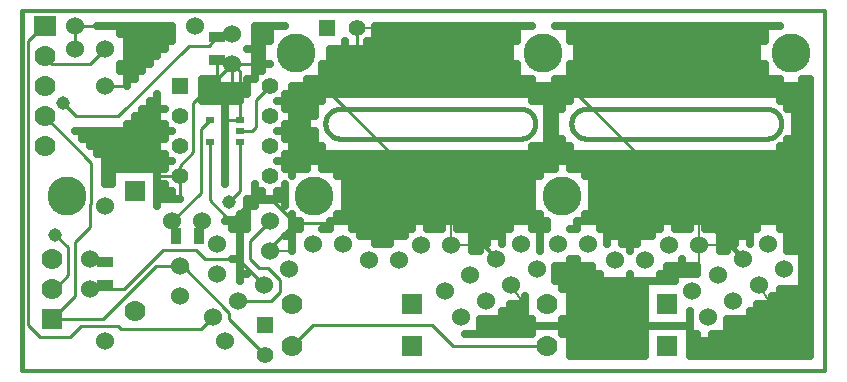
<source format=gbl>
G04 (created by PCBNEW-RS274X (20100406 SVN-R2508)-final) date 6/3/2010 10:01:35 PM*
G01*
G70*
G90*
%MOIN*%
G04 Gerber Fmt 3.4, Leading zero omitted, Abs format*
%FSLAX34Y34*%
G04 APERTURE LIST*
%ADD10C,0.006000*%
%ADD11C,0.012000*%
%ADD12C,0.015000*%
%ADD13C,0.070000*%
%ADD14R,0.070000X0.070000*%
%ADD15C,0.060000*%
%ADD16C,0.130000*%
%ADD17R,0.075000X0.070000*%
%ADD18R,0.030000X0.020000*%
%ADD19R,0.055000X0.035000*%
%ADD20R,0.035000X0.055000*%
%ADD21R,0.055000X0.055000*%
%ADD22C,0.055000*%
%ADD23C,0.045000*%
%ADD24C,0.010000*%
%ADD25C,0.008000*%
%ADD26C,0.025000*%
G04 APERTURE END LIST*
G54D10*
G54D11*
X47750Y-43250D02*
X21000Y-43250D01*
X47750Y-55250D02*
X47750Y-43250D01*
X21000Y-55250D02*
X47750Y-55250D01*
G54D12*
X21000Y-55200D02*
X21000Y-55000D01*
X31600Y-46500D02*
X31557Y-46502D01*
X31514Y-46508D01*
X31471Y-46518D01*
X31429Y-46531D01*
X31389Y-46547D01*
X31351Y-46567D01*
X31314Y-46591D01*
X31279Y-46617D01*
X31247Y-46647D01*
X31217Y-46679D01*
X31191Y-46714D01*
X31167Y-46751D01*
X31147Y-46789D01*
X31131Y-46829D01*
X31118Y-46871D01*
X31108Y-46914D01*
X31102Y-46957D01*
X31100Y-47000D01*
X31100Y-47000D02*
X31102Y-47043D01*
X31108Y-47086D01*
X31118Y-47129D01*
X31131Y-47171D01*
X31147Y-47211D01*
X31167Y-47249D01*
X31191Y-47286D01*
X31217Y-47321D01*
X31247Y-47353D01*
X31279Y-47383D01*
X31314Y-47409D01*
X31351Y-47433D01*
X31389Y-47453D01*
X31429Y-47469D01*
X31471Y-47482D01*
X31514Y-47492D01*
X31557Y-47498D01*
X31600Y-47500D01*
X37600Y-47500D02*
X37643Y-47498D01*
X37686Y-47492D01*
X37729Y-47482D01*
X37771Y-47469D01*
X37811Y-47453D01*
X37850Y-47433D01*
X37886Y-47409D01*
X37921Y-47383D01*
X37953Y-47353D01*
X37983Y-47321D01*
X38009Y-47286D01*
X38033Y-47249D01*
X38053Y-47211D01*
X38069Y-47171D01*
X38082Y-47129D01*
X38092Y-47086D01*
X38098Y-47043D01*
X38100Y-47000D01*
X38100Y-47000D02*
X38098Y-46957D01*
X38092Y-46914D01*
X38082Y-46871D01*
X38069Y-46829D01*
X38053Y-46789D01*
X38033Y-46751D01*
X38009Y-46714D01*
X37983Y-46679D01*
X37953Y-46647D01*
X37921Y-46617D01*
X37886Y-46591D01*
X37850Y-46567D01*
X37811Y-46547D01*
X37771Y-46531D01*
X37729Y-46518D01*
X37686Y-46508D01*
X37643Y-46502D01*
X37600Y-46500D01*
X39800Y-46500D02*
X39757Y-46502D01*
X39714Y-46508D01*
X39671Y-46518D01*
X39629Y-46531D01*
X39589Y-46547D01*
X39551Y-46567D01*
X39514Y-46591D01*
X39479Y-46617D01*
X39447Y-46647D01*
X39417Y-46679D01*
X39391Y-46714D01*
X39367Y-46751D01*
X39347Y-46789D01*
X39331Y-46829D01*
X39318Y-46871D01*
X39308Y-46914D01*
X39302Y-46957D01*
X39300Y-47000D01*
X39300Y-47000D02*
X39302Y-47043D01*
X39308Y-47086D01*
X39318Y-47129D01*
X39331Y-47171D01*
X39347Y-47211D01*
X39367Y-47249D01*
X39391Y-47286D01*
X39417Y-47321D01*
X39447Y-47353D01*
X39479Y-47383D01*
X39514Y-47409D01*
X39551Y-47433D01*
X39589Y-47453D01*
X39629Y-47469D01*
X39671Y-47482D01*
X39714Y-47492D01*
X39757Y-47498D01*
X39800Y-47500D01*
X45800Y-47500D02*
X45843Y-47498D01*
X45886Y-47492D01*
X45929Y-47482D01*
X45971Y-47469D01*
X46011Y-47453D01*
X46050Y-47433D01*
X46086Y-47409D01*
X46121Y-47383D01*
X46153Y-47353D01*
X46183Y-47321D01*
X46209Y-47286D01*
X46233Y-47249D01*
X46253Y-47211D01*
X46269Y-47171D01*
X46282Y-47129D01*
X46292Y-47086D01*
X46298Y-47043D01*
X46300Y-47000D01*
X46300Y-47000D02*
X46298Y-46957D01*
X46292Y-46914D01*
X46282Y-46871D01*
X46269Y-46829D01*
X46253Y-46789D01*
X46233Y-46751D01*
X46209Y-46714D01*
X46183Y-46679D01*
X46153Y-46647D01*
X46121Y-46617D01*
X46086Y-46591D01*
X46050Y-46567D01*
X46011Y-46547D01*
X45971Y-46531D01*
X45929Y-46518D01*
X45886Y-46508D01*
X45843Y-46502D01*
X45800Y-46500D01*
X31600Y-47500D02*
X37600Y-47500D01*
X37600Y-46500D02*
X31600Y-46500D01*
X39800Y-47500D02*
X45800Y-47500D01*
X45800Y-46500D02*
X39800Y-46500D01*
X21000Y-43250D02*
X21000Y-55000D01*
G54D13*
X24750Y-53250D03*
G54D14*
X24750Y-49250D03*
G54D13*
X38500Y-53000D03*
G54D14*
X42500Y-53000D03*
G54D13*
X38500Y-54400D03*
G54D14*
X42500Y-54400D03*
G54D13*
X30000Y-53000D03*
G54D14*
X34000Y-53000D03*
G54D13*
X30000Y-54400D03*
G54D14*
X34000Y-54400D03*
G54D15*
X23750Y-54250D03*
X27750Y-54250D03*
X23750Y-45750D03*
X23750Y-49750D03*
X22750Y-43750D03*
X26750Y-43750D03*
X37300Y-52375D03*
X36452Y-52905D03*
X35604Y-53435D03*
X38148Y-51845D03*
G54D16*
X38361Y-44637D03*
X30729Y-49407D03*
G54D15*
X45550Y-52375D03*
X44702Y-52905D03*
X43854Y-53435D03*
X46398Y-51845D03*
G54D16*
X46611Y-44637D03*
X38979Y-49407D03*
G54D15*
X29050Y-52375D03*
X28202Y-52905D03*
X27354Y-53435D03*
X29898Y-51845D03*
G54D16*
X30111Y-44637D03*
X22479Y-49407D03*
G54D15*
X45020Y-51527D03*
X44172Y-52057D03*
X43324Y-52587D03*
X45868Y-50997D03*
G54D16*
X46611Y-44637D03*
X38979Y-49407D03*
G54D15*
X36770Y-51527D03*
X35922Y-52057D03*
X35074Y-52587D03*
X37618Y-50997D03*
G54D16*
X38361Y-44637D03*
X30729Y-49407D03*
G54D15*
X29250Y-51250D03*
X29250Y-50250D03*
X32550Y-51550D03*
X33550Y-51550D03*
X39850Y-51000D03*
X38850Y-51000D03*
X31700Y-51000D03*
X30700Y-51000D03*
X40750Y-51550D03*
X41750Y-51550D03*
X43550Y-51050D03*
X42550Y-51050D03*
X35300Y-51050D03*
X34300Y-51050D03*
G54D17*
X21750Y-43750D03*
G54D13*
X21750Y-44750D03*
X21750Y-45740D03*
X21750Y-46760D03*
X21750Y-47750D03*
G54D18*
X28250Y-46875D03*
X28250Y-47625D03*
X27250Y-46875D03*
X28250Y-47250D03*
X27250Y-47625D03*
G54D15*
X26250Y-51750D03*
X26250Y-52750D03*
G54D19*
X23750Y-52375D03*
X23750Y-51625D03*
G54D15*
X23250Y-52500D03*
X23250Y-51500D03*
X23750Y-44500D03*
X22750Y-44500D03*
G54D20*
X26125Y-50750D03*
X26875Y-50750D03*
G54D15*
X26000Y-50250D03*
X27000Y-50250D03*
X26000Y-50250D03*
X27000Y-50250D03*
G54D19*
X27500Y-44125D03*
X27500Y-44875D03*
G54D15*
X28000Y-44000D03*
X28000Y-45000D03*
X28000Y-44000D03*
X28000Y-45000D03*
X27500Y-51000D03*
X27500Y-52000D03*
G54D21*
X26250Y-45750D03*
G54D22*
X26250Y-46750D03*
X26250Y-47750D03*
X26250Y-48750D03*
X29250Y-48750D03*
X29250Y-47750D03*
X29250Y-46750D03*
X29250Y-45750D03*
G54D13*
X22000Y-51500D03*
X22000Y-52500D03*
G54D14*
X22000Y-53500D03*
G54D21*
X31150Y-43800D03*
G54D22*
X32150Y-43800D03*
G54D21*
X29100Y-53700D03*
G54D22*
X29100Y-54700D03*
G54D23*
X22350Y-46300D03*
X22100Y-50700D03*
X27900Y-49600D03*
X29100Y-54700D03*
G54D24*
X27225Y-44400D02*
X27500Y-44125D01*
X26550Y-44400D02*
X27225Y-44400D01*
X22800Y-46750D02*
X24200Y-46750D01*
X22350Y-46300D02*
X22800Y-46750D01*
X28650Y-47250D02*
X28800Y-47100D01*
X28800Y-47100D02*
X28800Y-46200D01*
X28800Y-46200D02*
X29250Y-45750D01*
X28250Y-47250D02*
X28650Y-47250D01*
X24200Y-46750D02*
X26550Y-44400D01*
X39300Y-45800D02*
X32150Y-45800D01*
X28175Y-51500D02*
X29050Y-52375D01*
X31100Y-45800D02*
X30100Y-45800D01*
X45020Y-51527D02*
X45020Y-51520D01*
X45020Y-51520D02*
X39300Y-45800D01*
X27100Y-51500D02*
X28175Y-51500D01*
X26800Y-51200D02*
X27100Y-51500D01*
X25700Y-51200D02*
X26800Y-51200D01*
X24400Y-52500D02*
X25700Y-51200D01*
X29250Y-51250D02*
X29250Y-51150D01*
X31300Y-50300D02*
X33400Y-48200D01*
X30100Y-50300D02*
X31300Y-50300D01*
X29250Y-51150D02*
X30100Y-50300D01*
X22000Y-52500D02*
X22070Y-52500D01*
X22530Y-51130D02*
X22100Y-50700D01*
X22530Y-52040D02*
X22530Y-51130D01*
X22070Y-52500D02*
X22530Y-52040D01*
X27250Y-47625D02*
X27250Y-49550D01*
X29400Y-49600D02*
X30100Y-50300D01*
X28600Y-49600D02*
X29400Y-49600D01*
X32150Y-43800D02*
X32150Y-45800D01*
X28100Y-50100D02*
X28600Y-49600D01*
X23250Y-52500D02*
X24400Y-52500D01*
X27250Y-49550D02*
X27800Y-50100D01*
X36770Y-51470D02*
X31100Y-45800D01*
X27800Y-50100D02*
X28100Y-50100D01*
X36770Y-51527D02*
X36770Y-51470D01*
X32150Y-45800D02*
X31100Y-45800D01*
X28250Y-46875D02*
X28250Y-45250D01*
X28250Y-45250D02*
X28000Y-45000D01*
X29250Y-50250D02*
X28600Y-50900D01*
X29295Y-52905D02*
X28202Y-52905D01*
X29600Y-52600D02*
X29295Y-52905D01*
X29600Y-52200D02*
X29600Y-52600D01*
X29200Y-51800D02*
X29600Y-52200D01*
X28900Y-51800D02*
X29200Y-51800D01*
X28600Y-51500D02*
X28900Y-51800D01*
X28600Y-50900D02*
X28600Y-51500D01*
X26700Y-47950D02*
X26250Y-48400D01*
X26700Y-46300D02*
X26700Y-47950D01*
X26800Y-46200D02*
X26700Y-46300D01*
X26250Y-48400D02*
X26250Y-48750D01*
X28000Y-45000D02*
X26800Y-46200D01*
X21750Y-43750D02*
X21700Y-43750D01*
X21200Y-53700D02*
X21300Y-53800D01*
X21700Y-43750D02*
X21300Y-44150D01*
X21200Y-44250D02*
X21200Y-53700D01*
X21300Y-44150D02*
X21200Y-44250D01*
X21300Y-53800D02*
X21600Y-54100D01*
X22600Y-54100D02*
X22950Y-53750D01*
X22950Y-53750D02*
X24200Y-53750D01*
X24200Y-53750D02*
X24300Y-53850D01*
X24300Y-53850D02*
X26939Y-53850D01*
X26939Y-53850D02*
X27354Y-53435D01*
X21600Y-54100D02*
X22600Y-54100D01*
X26950Y-47920D02*
X26950Y-47925D01*
X26000Y-50250D02*
X26950Y-49300D01*
X26950Y-47920D02*
X26940Y-47910D01*
X26940Y-47185D02*
X27250Y-46875D01*
X26940Y-47910D02*
X26940Y-47185D01*
X26950Y-49300D02*
X26950Y-47920D01*
X28250Y-49250D02*
X27900Y-49600D01*
X28250Y-47625D02*
X28250Y-49250D01*
X30700Y-53700D02*
X30000Y-54400D01*
X34650Y-53700D02*
X30700Y-53700D01*
X35350Y-54400D02*
X34650Y-53700D01*
X38500Y-54400D02*
X35350Y-54400D01*
X22000Y-45000D02*
X23250Y-45000D01*
X23250Y-45000D02*
X23750Y-44500D01*
X21750Y-44750D02*
X22000Y-45000D01*
X21750Y-46750D02*
X23300Y-48300D01*
X25450Y-51750D02*
X26250Y-51750D01*
X23700Y-53500D02*
X25450Y-51750D01*
X22000Y-53500D02*
X23700Y-53500D01*
X23250Y-49700D02*
X23250Y-50450D01*
X22750Y-50950D02*
X23250Y-50450D01*
X22750Y-52750D02*
X22750Y-50950D01*
X22700Y-52800D02*
X22750Y-52750D01*
X23300Y-48300D02*
X23300Y-49650D01*
X23300Y-49650D02*
X23250Y-49700D01*
X22700Y-52800D02*
X22000Y-53500D01*
X27900Y-53500D02*
X27900Y-53300D01*
X27900Y-53300D02*
X26350Y-51750D01*
X26350Y-51750D02*
X26250Y-51750D01*
X29100Y-54700D02*
X27900Y-53500D01*
G54D25*
X32150Y-43800D02*
X32825Y-43800D01*
X32150Y-43800D02*
X32150Y-44475D01*
X35300Y-51050D02*
X35300Y-50350D01*
X35300Y-51050D02*
X36000Y-51050D01*
X43550Y-51050D02*
X43550Y-50350D01*
X43550Y-51050D02*
X44250Y-51050D01*
X43550Y-51050D02*
X43550Y-51750D01*
X29250Y-51250D02*
X29950Y-51250D01*
X36770Y-51527D02*
X36399Y-50933D01*
X45020Y-51527D02*
X44649Y-50933D01*
X45550Y-52375D02*
X45921Y-52969D01*
X37300Y-52375D02*
X37671Y-52969D01*
G54D26*
X47250Y-45500D02*
X47250Y-54750D01*
X47000Y-45500D02*
X47000Y-54750D01*
X46750Y-52500D02*
X46750Y-54750D01*
X46750Y-45750D02*
X46750Y-51250D01*
X46500Y-52500D02*
X46500Y-54750D01*
X46500Y-47500D02*
X46500Y-51250D01*
X46500Y-45750D02*
X46500Y-46500D01*
X46250Y-52500D02*
X46250Y-54750D01*
X46250Y-47750D02*
X46250Y-50500D01*
X46250Y-45500D02*
X46250Y-46250D01*
X46000Y-52750D02*
X46000Y-54750D01*
X46000Y-48000D02*
X46000Y-50250D01*
X46000Y-45500D02*
X46000Y-46000D01*
X45750Y-53000D02*
X45750Y-54750D01*
X45750Y-48000D02*
X45750Y-50250D01*
X45750Y-45000D02*
X45750Y-46000D01*
X45750Y-43750D02*
X45750Y-44250D01*
X45500Y-53000D02*
X45500Y-54750D01*
X45500Y-48000D02*
X45500Y-50500D01*
X45500Y-43750D02*
X45500Y-46000D01*
X45250Y-53250D02*
X45250Y-54750D01*
X45250Y-48000D02*
X45250Y-51000D01*
X45250Y-43750D02*
X45250Y-46000D01*
X45000Y-53500D02*
X45000Y-54750D01*
X45000Y-48000D02*
X45000Y-50750D01*
X45000Y-43750D02*
X45000Y-46000D01*
X44750Y-53500D02*
X44750Y-54750D01*
X44750Y-48000D02*
X44750Y-51000D01*
X44750Y-43750D02*
X44750Y-46000D01*
X44500Y-53500D02*
X44500Y-54750D01*
X44500Y-48000D02*
X44500Y-51250D01*
X44500Y-43750D02*
X44500Y-46000D01*
X44250Y-54000D02*
X44250Y-54750D01*
X44250Y-48000D02*
X44250Y-51250D01*
X44250Y-43750D02*
X44250Y-46000D01*
X44000Y-54000D02*
X44000Y-54750D01*
X44000Y-48000D02*
X44000Y-50500D01*
X44000Y-43750D02*
X44000Y-46000D01*
X43750Y-54250D02*
X43750Y-54750D01*
X43750Y-48000D02*
X43750Y-50500D01*
X43750Y-43750D02*
X43750Y-46000D01*
X43500Y-54000D02*
X43500Y-54750D01*
X43500Y-51750D02*
X43500Y-52000D01*
X43500Y-48000D02*
X43500Y-50250D01*
X43500Y-43750D02*
X43500Y-46000D01*
X43250Y-53250D02*
X43250Y-54750D01*
X43250Y-51750D02*
X43250Y-52000D01*
X43250Y-48000D02*
X43250Y-50500D01*
X43250Y-43750D02*
X43250Y-46000D01*
X43000Y-51500D02*
X43000Y-52000D01*
X43000Y-48000D02*
X43000Y-50500D01*
X43000Y-43750D02*
X43000Y-46000D01*
X42750Y-51750D02*
X42750Y-52250D01*
X42750Y-48000D02*
X42750Y-50500D01*
X42750Y-43750D02*
X42750Y-46000D01*
X42500Y-51750D02*
X42500Y-52250D01*
X42500Y-48000D02*
X42500Y-50250D01*
X42500Y-43750D02*
X42500Y-46000D01*
X42250Y-52000D02*
X42250Y-52250D01*
X42250Y-48000D02*
X42250Y-50500D01*
X42250Y-43750D02*
X42250Y-46000D01*
X42000Y-48000D02*
X42000Y-50750D01*
X42000Y-43750D02*
X42000Y-46000D01*
X41750Y-52250D02*
X41750Y-54750D01*
X41750Y-48000D02*
X41750Y-50750D01*
X41750Y-43750D02*
X41750Y-46000D01*
X41500Y-52250D02*
X41500Y-54750D01*
X41500Y-48000D02*
X41500Y-51000D01*
X41500Y-43750D02*
X41500Y-46000D01*
X41250Y-52000D02*
X41250Y-54750D01*
X41250Y-48000D02*
X41250Y-51250D01*
X41250Y-43750D02*
X41250Y-46000D01*
X41000Y-52250D02*
X41000Y-54750D01*
X41000Y-48000D02*
X41000Y-51000D01*
X41000Y-43750D02*
X41000Y-46000D01*
X40750Y-52250D02*
X40750Y-54750D01*
X40750Y-48000D02*
X40750Y-50750D01*
X40750Y-43750D02*
X40750Y-46000D01*
X40500Y-52250D02*
X40500Y-54750D01*
X40500Y-48000D02*
X40500Y-51000D01*
X40500Y-43750D02*
X40500Y-46000D01*
X40250Y-52000D02*
X40250Y-54750D01*
X40250Y-48000D02*
X40250Y-50500D01*
X40250Y-43750D02*
X40250Y-46000D01*
X40000Y-51750D02*
X40000Y-54750D01*
X40000Y-48000D02*
X40000Y-50250D01*
X40000Y-43750D02*
X40000Y-46000D01*
X39750Y-51750D02*
X39750Y-54750D01*
X39750Y-50000D02*
X39750Y-50250D01*
X39750Y-48000D02*
X39750Y-48750D01*
X39750Y-43750D02*
X39750Y-46000D01*
X39500Y-51500D02*
X39500Y-54750D01*
X39500Y-50250D02*
X39500Y-50500D01*
X39500Y-48000D02*
X39500Y-48500D01*
X39500Y-43750D02*
X39500Y-46000D01*
X39250Y-51500D02*
X39250Y-54750D01*
X39250Y-47750D02*
X39250Y-48500D01*
X39250Y-45000D02*
X39250Y-46250D01*
X39250Y-43750D02*
X39250Y-44250D01*
X39000Y-53500D02*
X39000Y-54000D01*
X39000Y-51750D02*
X39000Y-52500D01*
X39000Y-47500D02*
X39000Y-48250D01*
X39000Y-45500D02*
X39000Y-46500D01*
X38750Y-51750D02*
X38750Y-52250D01*
X38750Y-45500D02*
X38750Y-48500D01*
X38500Y-50250D02*
X38500Y-50500D01*
X38500Y-45750D02*
X38500Y-48500D01*
X38250Y-50000D02*
X38250Y-51250D01*
X38250Y-47750D02*
X38250Y-48750D01*
X38250Y-45750D02*
X38250Y-46250D01*
X38000Y-53500D02*
X38000Y-54000D01*
X38000Y-47750D02*
X38000Y-50500D01*
X38000Y-45500D02*
X38000Y-46250D01*
X37750Y-52750D02*
X37750Y-54000D01*
X37750Y-48000D02*
X37750Y-50250D01*
X37750Y-45500D02*
X37750Y-46000D01*
X37500Y-53000D02*
X37500Y-54000D01*
X37500Y-48000D02*
X37500Y-50250D01*
X37500Y-45000D02*
X37500Y-46000D01*
X37500Y-43750D02*
X37500Y-44250D01*
X37250Y-53000D02*
X37250Y-54000D01*
X37250Y-48000D02*
X37250Y-50500D01*
X37250Y-43750D02*
X37250Y-46000D01*
X37000Y-53250D02*
X37000Y-54000D01*
X37000Y-48000D02*
X37000Y-51000D01*
X37000Y-43750D02*
X37000Y-46000D01*
X36750Y-53500D02*
X36750Y-54000D01*
X36750Y-48000D02*
X36750Y-50750D01*
X36750Y-43750D02*
X36750Y-46000D01*
X36500Y-53500D02*
X36500Y-54000D01*
X36500Y-48000D02*
X36500Y-51000D01*
X36500Y-43750D02*
X36500Y-46000D01*
X36250Y-53500D02*
X36250Y-54000D01*
X36250Y-48000D02*
X36250Y-51250D01*
X36250Y-43750D02*
X36250Y-46000D01*
X36000Y-48000D02*
X36000Y-51250D01*
X36000Y-43750D02*
X36000Y-46000D01*
X35750Y-48000D02*
X35750Y-50500D01*
X35750Y-43750D02*
X35750Y-46000D01*
X35500Y-48000D02*
X35500Y-50500D01*
X35500Y-43750D02*
X35500Y-46000D01*
X35250Y-48000D02*
X35250Y-50250D01*
X35250Y-43750D02*
X35250Y-46000D01*
X35000Y-48000D02*
X35000Y-50500D01*
X35000Y-43750D02*
X35000Y-46000D01*
X34750Y-48000D02*
X34750Y-50500D01*
X34750Y-43750D02*
X34750Y-46000D01*
X34500Y-48000D02*
X34500Y-50500D01*
X34500Y-43750D02*
X34500Y-46000D01*
X34250Y-48000D02*
X34250Y-50250D01*
X34250Y-43750D02*
X34250Y-46000D01*
X34000Y-48000D02*
X34000Y-50500D01*
X34000Y-43750D02*
X34000Y-46000D01*
X33750Y-48000D02*
X33750Y-50750D01*
X33750Y-43750D02*
X33750Y-46000D01*
X33500Y-48000D02*
X33500Y-50750D01*
X33500Y-43750D02*
X33500Y-46000D01*
X33250Y-48000D02*
X33250Y-51000D01*
X33250Y-43750D02*
X33250Y-46000D01*
X33000Y-48000D02*
X33000Y-51000D01*
X33000Y-43750D02*
X33000Y-46000D01*
X32750Y-48000D02*
X32750Y-51000D01*
X32750Y-43750D02*
X32750Y-46000D01*
X32500Y-48000D02*
X32500Y-50750D01*
X32500Y-44250D02*
X32500Y-46000D01*
X32250Y-48000D02*
X32250Y-50750D01*
X32250Y-44500D02*
X32250Y-46000D01*
X32000Y-48000D02*
X32000Y-50500D01*
X32000Y-44500D02*
X32000Y-46000D01*
X31750Y-48000D02*
X31750Y-50250D01*
X31750Y-44250D02*
X31750Y-46000D01*
X31500Y-50000D02*
X31500Y-50250D01*
X31500Y-48000D02*
X31500Y-48750D01*
X31500Y-44500D02*
X31500Y-46000D01*
X31250Y-50250D02*
X31250Y-50500D01*
X31250Y-48000D02*
X31250Y-48500D01*
X31250Y-44500D02*
X31250Y-46000D01*
X31000Y-47750D02*
X31000Y-48500D01*
X31000Y-45000D02*
X31000Y-46250D01*
X30750Y-47250D02*
X30750Y-48250D01*
X30750Y-45500D02*
X30750Y-46750D01*
X30500Y-45500D02*
X30500Y-48500D01*
X30250Y-50250D02*
X30250Y-50500D01*
X30250Y-45750D02*
X30250Y-48500D01*
X30000Y-50000D02*
X30000Y-51250D01*
X30000Y-45750D02*
X30000Y-48750D01*
X29750Y-49000D02*
X29750Y-49750D01*
X29750Y-48000D02*
X29750Y-48500D01*
X29750Y-47000D02*
X29750Y-47500D01*
X29750Y-46000D02*
X29750Y-46500D01*
X29500Y-49250D02*
X29500Y-49500D01*
X29000Y-49250D02*
X29000Y-49500D01*
X28750Y-49000D02*
X28750Y-49750D01*
X28500Y-49500D02*
X28500Y-50500D01*
X28250Y-50000D02*
X28250Y-52250D01*
X28000Y-50250D02*
X28000Y-50500D01*
X43250Y-54750D02*
X47250Y-54750D01*
X39250Y-54750D02*
X41750Y-54750D01*
X43250Y-54500D02*
X47250Y-54500D01*
X39250Y-54500D02*
X41750Y-54500D01*
X43250Y-54250D02*
X47250Y-54250D01*
X39250Y-54250D02*
X41750Y-54250D01*
X44000Y-54000D02*
X47250Y-54000D01*
X43250Y-54000D02*
X43500Y-54000D01*
X39000Y-54000D02*
X41750Y-54000D01*
X35750Y-54000D02*
X38000Y-54000D01*
X44500Y-53750D02*
X47250Y-53750D01*
X36250Y-53750D02*
X43250Y-53750D01*
X44500Y-53500D02*
X47250Y-53500D01*
X39000Y-53500D02*
X41750Y-53500D01*
X36250Y-53500D02*
X38000Y-53500D01*
X45250Y-53250D02*
X47250Y-53250D01*
X39250Y-53250D02*
X41750Y-53250D01*
X37000Y-53250D02*
X37750Y-53250D01*
X45500Y-53000D02*
X47250Y-53000D01*
X39250Y-53000D02*
X41750Y-53000D01*
X37250Y-53000D02*
X37750Y-53000D01*
X46000Y-52750D02*
X47250Y-52750D01*
X39250Y-52750D02*
X41750Y-52750D01*
X46250Y-52500D02*
X47250Y-52500D01*
X39000Y-52500D02*
X41750Y-52500D01*
X47000Y-52250D02*
X47250Y-52250D01*
X38750Y-52250D02*
X42750Y-52250D01*
X47000Y-52000D02*
X47250Y-52000D01*
X42250Y-52000D02*
X43500Y-52000D01*
X38750Y-52000D02*
X40250Y-52000D01*
X28250Y-52000D02*
X28500Y-52000D01*
X47000Y-51750D02*
X47250Y-51750D01*
X42500Y-51750D02*
X43500Y-51750D01*
X38750Y-51750D02*
X40000Y-51750D01*
X47000Y-51500D02*
X47250Y-51500D01*
X39250Y-51500D02*
X39500Y-51500D01*
X28000Y-51500D02*
X28250Y-51500D01*
X46500Y-51250D02*
X47250Y-51250D01*
X44250Y-51250D02*
X44500Y-51250D01*
X36000Y-51250D02*
X36250Y-51250D01*
X46500Y-51000D02*
X47250Y-51000D01*
X44250Y-51000D02*
X44750Y-51000D01*
X41000Y-51000D02*
X41500Y-51000D01*
X36000Y-51000D02*
X36500Y-51000D01*
X32750Y-51000D02*
X33250Y-51000D01*
X46500Y-50750D02*
X47250Y-50750D01*
X44250Y-50750D02*
X45250Y-50750D01*
X40500Y-50750D02*
X42000Y-50750D01*
X36000Y-50750D02*
X37000Y-50750D01*
X32250Y-50750D02*
X33750Y-50750D01*
X29750Y-50750D02*
X30000Y-50750D01*
X46250Y-50500D02*
X47250Y-50500D01*
X43750Y-50500D02*
X45500Y-50500D01*
X42750Y-50500D02*
X43250Y-50500D01*
X40250Y-50500D02*
X42250Y-50500D01*
X39250Y-50500D02*
X39500Y-50500D01*
X38000Y-50500D02*
X38500Y-50500D01*
X35500Y-50500D02*
X37250Y-50500D01*
X34500Y-50500D02*
X35000Y-50500D01*
X32000Y-50500D02*
X34000Y-50500D01*
X31000Y-50500D02*
X31250Y-50500D01*
X30000Y-50500D02*
X30250Y-50500D01*
X28000Y-50500D02*
X28500Y-50500D01*
X39500Y-50250D02*
X47250Y-50250D01*
X31250Y-50250D02*
X38500Y-50250D01*
X30000Y-50250D02*
X30250Y-50250D01*
X27750Y-50250D02*
X28500Y-50250D01*
X39750Y-50000D02*
X47250Y-50000D01*
X31500Y-50000D02*
X38250Y-50000D01*
X28250Y-50000D02*
X28500Y-50000D01*
X40000Y-49750D02*
X47250Y-49750D01*
X31750Y-49750D02*
X38000Y-49750D01*
X28500Y-49750D02*
X28750Y-49750D01*
X40000Y-49500D02*
X47250Y-49500D01*
X31750Y-49500D02*
X38000Y-49500D01*
X28500Y-49500D02*
X29750Y-49500D01*
X40000Y-49250D02*
X47250Y-49250D01*
X31750Y-49250D02*
X38000Y-49250D01*
X29500Y-49250D02*
X29750Y-49250D01*
X28750Y-49250D02*
X29000Y-49250D01*
X40000Y-49000D02*
X47250Y-49000D01*
X31750Y-49000D02*
X38000Y-49000D01*
X39750Y-48750D02*
X47250Y-48750D01*
X31500Y-48750D02*
X38250Y-48750D01*
X39250Y-48500D02*
X47250Y-48500D01*
X31000Y-48500D02*
X38750Y-48500D01*
X29750Y-48500D02*
X30500Y-48500D01*
X29500Y-48250D02*
X47250Y-48250D01*
X29750Y-48000D02*
X47250Y-48000D01*
X46250Y-47750D02*
X47250Y-47750D01*
X38000Y-47750D02*
X39250Y-47750D01*
X30000Y-47750D02*
X31000Y-47750D01*
X46500Y-47500D02*
X47250Y-47500D01*
X38500Y-47500D02*
X39000Y-47500D01*
X29750Y-47500D02*
X30750Y-47500D01*
X46750Y-47250D02*
X47250Y-47250D01*
X38500Y-47250D02*
X38750Y-47250D01*
X29500Y-47250D02*
X30750Y-47250D01*
X46750Y-47000D02*
X47250Y-47000D01*
X38500Y-47000D02*
X38750Y-47000D01*
X29750Y-47000D02*
X30500Y-47000D01*
X46750Y-46750D02*
X47250Y-46750D01*
X38500Y-46750D02*
X38750Y-46750D01*
X30000Y-46750D02*
X30750Y-46750D01*
X46500Y-46500D02*
X47250Y-46500D01*
X38500Y-46500D02*
X39000Y-46500D01*
X29750Y-46500D02*
X30750Y-46500D01*
X46250Y-46250D02*
X47250Y-46250D01*
X38000Y-46250D02*
X39250Y-46250D01*
X29500Y-46250D02*
X31000Y-46250D01*
X29750Y-46000D02*
X47250Y-46000D01*
X30000Y-45750D02*
X47250Y-45750D01*
X47000Y-45500D02*
X47250Y-45500D01*
X38750Y-45500D02*
X46250Y-45500D01*
X30500Y-45500D02*
X38000Y-45500D01*
X39250Y-45250D02*
X45750Y-45250D01*
X31000Y-45250D02*
X37500Y-45250D01*
X39250Y-45000D02*
X45750Y-45000D01*
X31000Y-45000D02*
X37500Y-45000D01*
X39500Y-44750D02*
X45500Y-44750D01*
X31250Y-44750D02*
X37250Y-44750D01*
X39500Y-44500D02*
X45500Y-44500D01*
X31250Y-44500D02*
X37250Y-44500D01*
X39250Y-44250D02*
X45750Y-44250D01*
X32500Y-44250D02*
X37500Y-44250D01*
X39250Y-44000D02*
X45750Y-44000D01*
X32750Y-44000D02*
X37500Y-44000D01*
X38750Y-43750D02*
X46250Y-43750D01*
X32750Y-43750D02*
X38000Y-43750D01*
G54D24*
X28000Y-45000D02*
X28000Y-45700D01*
X28000Y-45000D02*
X28700Y-45000D01*
X28000Y-45000D02*
X28000Y-45700D01*
X28000Y-45000D02*
X28700Y-45000D01*
X27500Y-44875D02*
X27500Y-45450D01*
X22750Y-44500D02*
X22750Y-43800D01*
X28250Y-46875D02*
X27700Y-46875D01*
X28250Y-46875D02*
X28250Y-46375D01*
X22750Y-43750D02*
X23450Y-43750D01*
X23750Y-45750D02*
X24450Y-45750D01*
G54D26*
X29250Y-43750D02*
X29250Y-44250D01*
X29000Y-43750D02*
X29000Y-45250D01*
X28750Y-43750D02*
X28750Y-45500D01*
X28500Y-45500D02*
X28500Y-46000D01*
X28250Y-45750D02*
X28250Y-46250D01*
X28000Y-45750D02*
X28000Y-46250D01*
X27750Y-45750D02*
X27750Y-49000D01*
X27500Y-45500D02*
X27500Y-46250D01*
X27250Y-45500D02*
X27250Y-46250D01*
X27000Y-45500D02*
X27000Y-46250D01*
X26000Y-43750D02*
X26000Y-44250D01*
X25750Y-43750D02*
X25750Y-44500D01*
X25500Y-43750D02*
X25500Y-44750D01*
X25250Y-43750D02*
X25250Y-45000D01*
X25000Y-43750D02*
X25000Y-45250D01*
X24750Y-43750D02*
X24750Y-45500D01*
X24500Y-43750D02*
X24500Y-45750D01*
X24250Y-45000D02*
X24250Y-45250D01*
X24250Y-43750D02*
X24250Y-44000D01*
X27000Y-46250D02*
X28250Y-46250D01*
X27000Y-46000D02*
X28500Y-46000D01*
X27000Y-45750D02*
X28500Y-45750D01*
X28500Y-45500D02*
X28750Y-45500D01*
X27000Y-45500D02*
X27500Y-45500D01*
X24500Y-45500D02*
X24750Y-45500D01*
X28750Y-45250D02*
X29000Y-45250D01*
X24250Y-45250D02*
X25000Y-45250D01*
X28750Y-45000D02*
X29250Y-45000D01*
X24250Y-45000D02*
X25250Y-45000D01*
X28750Y-44750D02*
X29000Y-44750D01*
X24500Y-44750D02*
X25500Y-44750D01*
X28500Y-44500D02*
X29000Y-44500D01*
X24500Y-44500D02*
X25750Y-44500D01*
X28750Y-44250D02*
X29250Y-44250D01*
X24500Y-44250D02*
X26000Y-44250D01*
X28750Y-44000D02*
X29250Y-44000D01*
X24250Y-44000D02*
X26000Y-44000D01*
X28750Y-43750D02*
X29750Y-43750D01*
X23500Y-43750D02*
X26000Y-43750D01*
G54D24*
X26250Y-48750D02*
X26250Y-49425D01*
X26250Y-48750D02*
X25575Y-48750D01*
X28000Y-45000D02*
X28000Y-45700D01*
X28000Y-45000D02*
X28700Y-45000D01*
X28000Y-45000D02*
X28000Y-45700D01*
X28000Y-45000D02*
X28700Y-45000D01*
X27500Y-44875D02*
X27500Y-45450D01*
X28250Y-46875D02*
X27700Y-46875D01*
X28250Y-46875D02*
X28250Y-46375D01*
G54D26*
X29250Y-43750D02*
X29250Y-44250D01*
X29000Y-43750D02*
X29000Y-45250D01*
X28750Y-43750D02*
X28750Y-45500D01*
X28500Y-45500D02*
X28500Y-46000D01*
X28250Y-45750D02*
X28250Y-46250D01*
X28000Y-45750D02*
X28000Y-46250D01*
X27750Y-45750D02*
X27750Y-49000D01*
X27500Y-45500D02*
X27500Y-46250D01*
X27250Y-45500D02*
X27250Y-46250D01*
X27000Y-45500D02*
X27000Y-46250D01*
X26000Y-49250D02*
X26000Y-49500D01*
X25750Y-49000D02*
X25750Y-49500D01*
X25750Y-48000D02*
X25750Y-48500D01*
X25750Y-47000D02*
X25750Y-47500D01*
X25500Y-46000D02*
X25500Y-49750D01*
X25250Y-46250D02*
X25250Y-48500D01*
X25000Y-46500D02*
X25000Y-48500D01*
X24750Y-46750D02*
X24750Y-48500D01*
X24500Y-47000D02*
X24500Y-48500D01*
X24250Y-47250D02*
X24250Y-48500D01*
X24000Y-47250D02*
X24000Y-49000D01*
X23750Y-47250D02*
X23750Y-49000D01*
X23500Y-47250D02*
X23500Y-48000D01*
X23250Y-47250D02*
X23250Y-47750D01*
X23000Y-47250D02*
X23000Y-47500D01*
X25500Y-49500D02*
X26250Y-49500D01*
X25500Y-49250D02*
X26000Y-49250D01*
X25500Y-49000D02*
X25750Y-49000D01*
X23750Y-49000D02*
X24000Y-49000D01*
X23750Y-48750D02*
X24000Y-48750D01*
X23750Y-48500D02*
X25750Y-48500D01*
X23750Y-48250D02*
X26000Y-48250D01*
X23500Y-48000D02*
X25750Y-48000D01*
X23250Y-47750D02*
X25500Y-47750D01*
X23000Y-47500D02*
X25750Y-47500D01*
X22750Y-47250D02*
X26000Y-47250D01*
X24500Y-47000D02*
X25750Y-47000D01*
X24750Y-46750D02*
X25500Y-46750D01*
X25000Y-46500D02*
X25750Y-46500D01*
X27000Y-46250D02*
X28250Y-46250D01*
X25250Y-46250D02*
X25500Y-46250D01*
X27000Y-46000D02*
X28500Y-46000D01*
X27000Y-45750D02*
X28500Y-45750D01*
X28500Y-45500D02*
X28750Y-45500D01*
X27000Y-45500D02*
X27500Y-45500D01*
X28750Y-45250D02*
X29000Y-45250D01*
X28750Y-45000D02*
X29250Y-45000D01*
X28750Y-44750D02*
X29000Y-44750D01*
X28500Y-44500D02*
X29000Y-44500D01*
X28750Y-44250D02*
X29250Y-44250D01*
X28750Y-44000D02*
X29250Y-44000D01*
X28750Y-43750D02*
X29750Y-43750D01*
M02*

</source>
